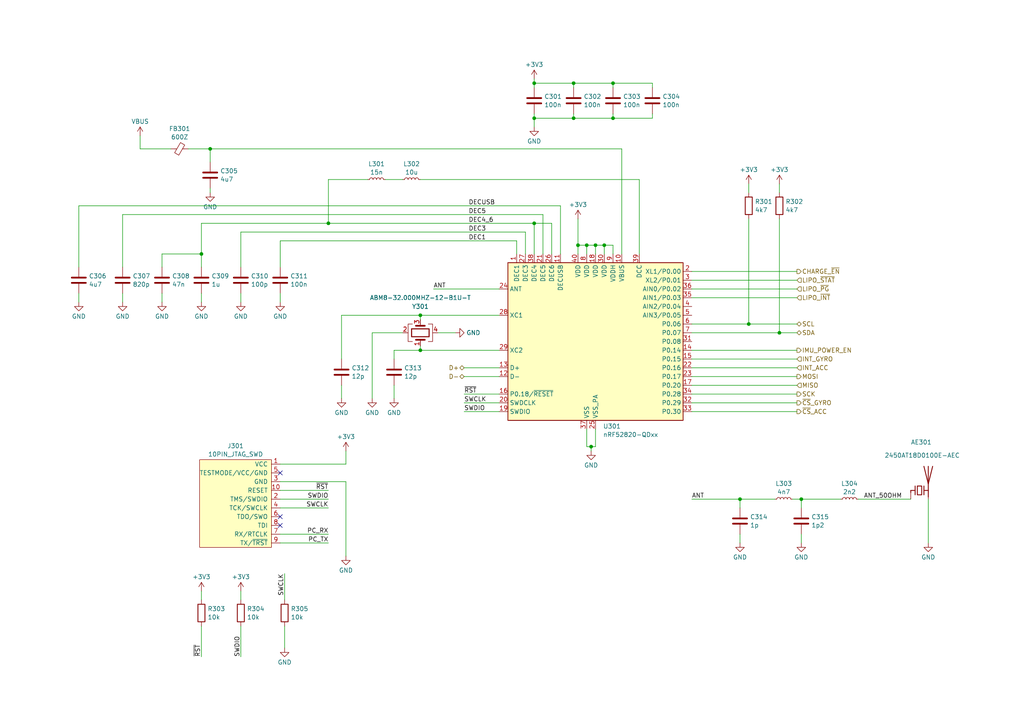
<source format=kicad_sch>
(kicad_sch (version 20230121) (generator eeschema)
  (paper "A4")
  (lib_symbols
    (symbol "Device:Antenna_Chip" (pin_numbers hide) (pin_names (offset 1.016) hide)
      (property "Reference" "AE" (at 0 5.08 0))
      (property "Value" "Antenna_Chip" (at 0 3.175 0))
      (symbol "Antenna_Chip_0_1"
        (polyline (pts (xy -2.54 0) (xy -2.54 -0.635)) (stroke (width 0.254)))
        (polyline (pts (xy -2.54 0) (xy -1.27 0)) (stroke (width 0.254)))
        (polyline (pts (xy 1.27 0) (xy 2.54 0)) (stroke (width 0.254)))
        (polyline (pts (xy 1.27 1.27) (xy 1.27 -1.27)) (stroke (width 0.254)))
        (polyline (pts (xy 2.54 -0.635) (xy 2.54 0)))
        (polyline (pts (xy 2.54 6.985) (xy 2.54 -1.905)) (stroke (width 0.254)))
        (polyline (pts (xy -1.27 1.27) (xy -1.27 -1.27) (xy -1.27 0)) (stroke (width 0.254)))
        (polyline (pts (xy 3.81 6.985) (xy 2.54 1.905) (xy 1.27 6.985)) (stroke (width 0.254)))
        (polyline (pts (xy -0.635 1.27) (xy 0.635 1.27) (xy 0.635 -1.27) (xy -0.635 -1.27) (xy -0.635 1.27)) (stroke (width 0.254)))
      )
      (symbol "Antenna_Chip_1_1"
        (pin input line (at -2.54 -2.54 90) (length 2.54) (name "FEED") (number "1"))
        (pin passive line (at 2.54 -2.54 90) (length 2.54) (name "PCB_Trace") (number "2"))
      )
    )
    (symbol "Device:C" (pin_numbers hide) (pin_names (offset 0.254))
      (property "Reference" "C" (at 0.635 2.54 0))
      (property "Value" "C" (at 0.635 -2.54 0))
      (symbol "C_0_1"
        (polyline (pts (xy -2.032 -0.762) (xy 2.032 -0.762)) (stroke (width 0.508)))
        (polyline (pts (xy -2.032 0.762) (xy 2.032 0.762)) (stroke (width 0.508)))
      )
      (symbol "C_1_1"
        (pin passive line (at 0 3.81 270) (length 2.794) (name "~") (number "1"))
        (pin passive line (at 0 -3.81 90) (length 2.794) (name "~") (number "2"))
      )
    )
    (symbol "Device:Crystal_GND24" (pin_names (offset 1.016) hide)
      (property "Reference" "Y" (at 3.175 5.08 0))
      (property "Value" "Crystal_GND24" (at 3.175 3.175 0))
      (symbol "Crystal_GND24_0_1"
        (rectangle (start -1.143 2.54) (end 1.143 -2.54) (stroke (width 0.3048)))
        (polyline (pts (xy -2.54 0) (xy -2.032 0)))
        (polyline (pts (xy -2.032 -1.27) (xy -2.032 1.27)) (stroke (width 0.508)))
        (polyline (pts (xy 0 -3.81) (xy 0 -3.556)))
        (polyline (pts (xy 0 3.556) (xy 0 3.81)))
        (polyline (pts (xy 2.032 -1.27) (xy 2.032 1.27)) (stroke (width 0.508)))
        (polyline (pts (xy 2.032 0) (xy 2.54 0)))
        (polyline (pts (xy -2.54 -2.286) (xy -2.54 -3.556) (xy 2.54 -3.556) (xy 2.54 -2.286)))
        (polyline (pts (xy -2.54 2.286) (xy -2.54 3.556) (xy 2.54 3.556) (xy 2.54 2.286)))
      )
      (symbol "Crystal_GND24_1_1"
        (pin passive line (at -3.81 0 0) (length 1.27) (name "1") (number "1"))
        (pin passive line (at 0 5.08 270) (length 1.27) (name "2") (number "2"))
        (pin passive line (at 3.81 0 180) (length 1.27) (name "3") (number "3"))
        (pin passive line (at 0 -5.08 90) (length 1.27) (name "4") (number "4"))
      )
    )
    (symbol "Device:FerriteBead_Small" (pin_numbers hide) (pin_names (offset 0))
      (property "Reference" "FB" (at 1.905 1.27 0))
      (property "Value" "FerriteBead_Small" (at 1.905 -1.27 0))
      (symbol "FerriteBead_Small_0_1"
        (polyline (pts (xy 0 -1.27) (xy 0 -0.7874)))
        (polyline (pts (xy 0 0.889) (xy 0 1.2954)))
        (polyline (pts (xy -1.8288 0.2794) (xy -1.1176 1.4986) (xy 1.8288 -0.2032) (xy 1.1176 -1.4224) (xy -1.8288 0.2794)))
      )
      (symbol "FerriteBead_Small_1_1"
        (pin passive line (at 0 2.54 270) (length 1.27) (name "~") (number "1"))
        (pin passive line (at 0 -2.54 90) (length 1.27) (name "~") (number "2"))
      )
    )
    (symbol "Device:L_Small" (pin_numbers hide) (pin_names (offset 0.254) hide)
      (property "Reference" "L" (at 0.762 1.016 0))
      (property "Value" "L_Small" (at 0.762 -1.016 0))
      (symbol "L_Small_0_1"
        (arc (start 0 -2.032) (mid 0.5058 -1.524) (end 0 -1.016))
        (arc (start 0 -1.016) (mid 0.5058 -0.508) (end 0 0))
        (arc (start 0 0) (mid 0.5058 0.508) (end 0 1.016))
        (arc (start 0 1.016) (mid 0.5058 1.524) (end 0 2.032))
      )
      (symbol "L_Small_1_1"
        (pin passive line (at 0 2.54 270) (length 0.508) (name "~") (number "1"))
        (pin passive line (at 0 -2.54 90) (length 0.508) (name "~") (number "2"))
      )
    )
    (symbol "Device:R" (pin_numbers hide) (pin_names (offset 0))
      (property "Reference" "R" (at 2.032 0 90))
      (property "Value" "R" (at 0 0 90))
      (symbol "R_0_1"
        (rectangle (start -1.016 -2.54) (end 1.016 2.54) (stroke (width 0.254)))
      )
      (symbol "R_1_1"
        (pin passive line (at 0 3.81 270) (length 1.27) (name "~") (number "1"))
        (pin passive line (at 0 -3.81 90) (length 1.27) (name "~") (number "2"))
      )
    )
    (symbol "MCU_Nordic:nRF52820-QDxx"
      (property "Reference" "U" (at -2.54 0 0))
      (property "Value" "nRF52820-QDxx" (at -2.54 -2.54 0))
      (symbol "nRF52820-QDxx_0_1"
        (rectangle (start -25.4 22.86) (end 25.4 -22.86) (stroke (width 0.254)) (fill (type background)))
      )
      (symbol "nRF52820-QDxx_1_1"
        (pin passive line (at -22.86 25.4 270) (length 2.54) (name "DEC1") (number "1"))
        (pin power_in line (at 7.62 25.4 270) (length 2.54) (name "VBUS") (number "10"))
        (pin passive line (at -10.16 25.4 270) (length 2.54) (name "DECUSB") (number "11"))
        (pin bidirectional line (at -27.94 -10.16 0) (length 2.54) (name "D-") (number "12"))
        (pin bidirectional line (at -27.94 -7.62 0) (length 2.54) (name "D+") (number "13"))
        (pin bidirectional line (at 27.94 -2.54 180) (length 2.54) (name "P0.14") (number "14"))
        (pin bidirectional line (at 27.94 -5.08 180) (length 2.54) (name "P0.15") (number "15"))
        (pin bidirectional line (at -27.94 -15.24 0) (length 2.54) (name "P0.18/~{RESET}") (number "16"))
        (pin bidirectional line (at 27.94 -12.7 180) (length 2.54) (name "P0.20") (number "17"))
        (pin power_in line (at 0 25.4 270) (length 2.54) (name "VDD") (number "18"))
        (pin bidirectional line (at -27.94 -20.32 0) (length 2.54) (name "SWDIO") (number "19"))
        (pin bidirectional line (at 27.94 20.32 180) (length 2.54) (name "XL1/P0.00") (number "2"))
        (pin input line (at -27.94 -17.78 0) (length 2.54) (name "SWDCLK") (number "20"))
        (pin passive line (at -15.24 25.4 270) (length 2.54) (name "DEC5") (number "21"))
        (pin bidirectional line (at 27.94 -7.62 180) (length 2.54) (name "P0.16") (number "22"))
        (pin bidirectional line (at 27.94 -10.16 180) (length 2.54) (name "P0.17") (number "23"))
        (pin passive line (at -27.94 15.24 0) (length 2.54) (name "ANT") (number "24"))
        (pin power_in line (at 0 -25.4 90) (length 2.54) (name "VSS_PA") (number "25"))
        (pin passive line (at -12.7 25.4 270) (length 2.54) (name "DEC6") (number "26"))
        (pin passive line (at -20.32 25.4 270) (length 2.54) (name "DEC3") (number "27"))
        (pin input line (at -27.94 7.62 0) (length 2.54) (name "XC1") (number "28"))
        (pin input line (at -27.94 -2.54 0) (length 2.54) (name "XC2") (number "29"))
        (pin bidirectional line (at 27.94 17.78 180) (length 2.54) (name "XL2/P0.01") (number "3"))
        (pin power_in line (at 2.54 25.4 270) (length 2.54) (name "VDD") (number "30"))
        (pin bidirectional line (at 27.94 0 180) (length 2.54) (name "P0.08") (number "31"))
        (pin bidirectional line (at 27.94 -17.78 180) (length 2.54) (name "P0.29") (number "32"))
        (pin bidirectional line (at 27.94 -20.32 180) (length 2.54) (name "P0.30") (number "33"))
        (pin bidirectional line (at 27.94 -15.24 180) (length 2.54) (name "P0.28") (number "34"))
        (pin bidirectional line (at 27.94 12.7 180) (length 2.54) (name "AIN1/P0.03") (number "35"))
        (pin bidirectional line (at 27.94 15.24 180) (length 2.54) (name "AIN0/P0.02") (number "36"))
        (pin power_in line (at -2.54 -25.4 90) (length 2.54) (name "VSS") (number "37"))
        (pin passive line (at -17.78 25.4 270) (length 2.54) (name "DEC4") (number "38"))
        (pin power_out line (at 12.7 25.4 270) (length 2.54) (name "DCC") (number "39"))
        (pin bidirectional line (at 27.94 10.16 180) (length 2.54) (name "AIN2/P0.04") (number "4"))
        (pin power_in line (at -5.08 25.4 270) (length 2.54) (name "VDD") (number "40"))
        (pin passive line (at -2.54 -25.4 90) (length 2.54) hide (name "VSS") (number "41"))
        (pin bidirectional line (at 27.94 7.62 180) (length 2.54) (name "AIN3/P0.05") (number "5"))
        (pin bidirectional line (at 27.94 5.08 180) (length 2.54) (name "P0.06") (number "6"))
        (pin bidirectional line (at 27.94 2.54 180) (length 2.54) (name "P0.07") (number "7"))
        (pin power_in line (at -2.54 25.4 270) (length 2.54) (name "VDD") (number "8"))
        (pin power_in line (at 5.08 25.4 270) (length 2.54) (name "VDDH") (number "9"))
      )
    )
    (symbol "power:+3V3" (power) (pin_names (offset 0))
      (property "Value" "+3V3" (at 0 3.556 0))
      (symbol "+3V3_0_1"
        (polyline (pts (xy -0.762 1.27) (xy 0 2.54)))
        (polyline (pts (xy 0 0) (xy 0 2.54)))
        (polyline (pts (xy 0 2.54) (xy 0.762 1.27)))
      )
      (symbol "+3V3_1_1"
        (pin power_in line (at 0 0 90) (length 0) hide (name "+3V3") (number "1"))
      )
    )
    (symbol "power:GND" (power) (pin_names (offset 0))
      (property "Value" "GND" (at 0 -3.81 0))
      (symbol "GND_0_1"
        (polyline (pts (xy 0 0) (xy 0 -1.27) (xy 1.27 -1.27) (xy 0 -2.54) (xy -1.27 -1.27) (xy 0 -1.27)))
      )
      (symbol "GND_1_1"
        (pin power_in line (at 0 0 270) (length 0) hide (name "GND") (number "1"))
      )
    )
    (symbol "power:VBUS" (power) (pin_names (offset 0))
      (property "Value" "VBUS" (at 0 3.81 0))
      (symbol "VBUS_0_1"
        (polyline (pts (xy -0.762 1.27) (xy 0 2.54)))
        (polyline (pts (xy 0 0) (xy 0 2.54)))
        (polyline (pts (xy 0 2.54) (xy 0.762 1.27)))
      )
      (symbol "VBUS_1_1"
        (pin power_in line (at 0 0 90) (length 0) hide (name "VBUS") (number "1"))
      )
    )
    (symbol "shimatta_connectors:10PIN_JTAG_SWD" (pin_names (offset 1.016))
      (property "Reference" "J" (at -7.112 1.016 0))
      (property "Value" "10PIN_JTAG_SWD" (at 0.254 2.794 0))
      (symbol "10PIN_JTAG_SWD_0_1"
        (rectangle (start -20.828 0) (end 0 -25.4) (fill (type background)))
      )
      (symbol "10PIN_JTAG_SWD_1_1"
        (pin passive line (at 2.54 -1.27 180) (length 2.54) (name "VCC") (number "1"))
        (pin passive line (at 2.54 -8.89 180) (length 2.54) (name "RESET") (number "10"))
        (pin passive line (at 2.54 -11.43 180) (length 2.54) (name "TMS/SWDIO") (number "2"))
        (pin passive line (at 2.54 -6.35 180) (length 2.54) (name "GND") (number "3"))
        (pin passive line (at 2.54 -13.97 180) (length 2.54) (name "TCK/SWCLK") (number "4"))
        (pin passive line (at 2.54 -3.81 180) (length 2.54) (name "TESTMODE/VCC/GND") (number "5"))
        (pin passive line (at 2.54 -16.51 180) (length 2.54) (name "TDO/SWO") (number "6"))
        (pin passive line (at 2.54 -21.59 180) (length 2.54) (name "RX/RTCLK") (number "7"))
        (pin passive line (at 2.54 -19.05 180) (length 2.54) (name "TDI") (number "8"))
        (pin passive line (at 2.54 -24.13 180) (length 2.54) (name "TX/~{TRST}") (number "9"))
      )
    )
  )
  (junction (at 167.64 71.12))
  (junction (at 226.06 96.52))
  (junction (at 217.17 93.98))
  (junction (at 60.96 43.18))
  (junction (at 166.37 24.13))
  (junction (at 170.18 71.12))
  (junction (at 175.26 71.12))
  (junction (at 58.42 73.66))
  (junction (at 214.63 144.78))
  (junction (at 154.94 24.13))
  (junction (at 121.92 91.44))
  (junction (at 171.45 129.54))
  (junction (at 154.94 34.29))
  (junction (at 232.41 144.78))
  (junction (at 154.94 64.77))
  (junction (at 166.37 34.29))
  (junction (at 177.8 34.29))
  (junction (at 95.25 64.77))
  (junction (at 121.92 101.6))
  (junction (at 172.72 71.12))
  (junction (at 177.8 24.13))
  (no_connect (at 81.28 152.4))
  (no_connect (at 81.28 137.16))
  (no_connect (at 81.28 149.86))
  (wire (pts (xy 171.45 129.54) (xy 172.72 129.54)))
  (wire (pts (xy 232.41 144.78) (xy 243.84 144.78)))
  (wire (pts (xy 58.42 64.77) (xy 95.25 64.77)))
  (wire (pts (xy 35.56 62.23) (xy 35.56 77.47)))
  (wire (pts (xy 172.72 124.46) (xy 172.72 129.54)))
  (wire (pts (xy 81.28 69.85) (xy 81.28 77.47)))
  (wire (pts (xy 69.85 171.45) (xy 69.85 173.99)))
  (wire (pts (xy 154.94 64.77) (xy 154.94 73.66)))
  (wire (pts (xy 189.23 34.29) (xy 177.8 34.29)))
  (wire (pts (xy 35.56 85.09) (xy 35.56 87.63)))
  (wire (pts (xy 134.62 114.3) (xy 144.78 114.3)))
  (wire (pts (xy 121.92 52.07) (xy 185.42 52.07)))
  (wire (pts (xy 60.96 54.61) (xy 60.96 55.88)))
  (wire (pts (xy 214.63 144.78) (xy 214.63 147.32)))
  (wire (pts (xy 162.56 73.66) (xy 162.56 59.69)))
  (wire (pts (xy 217.17 93.98) (xy 231.14 93.98)))
  (wire (pts (xy 134.62 119.38) (xy 144.78 119.38)))
  (wire (pts (xy 269.24 144.78) (xy 269.24 157.48)))
  (wire (pts (xy 46.99 73.66) (xy 58.42 73.66)))
  (wire (pts (xy 95.25 52.07) (xy 95.25 64.77)))
  (wire (pts (xy 154.94 33.02) (xy 154.94 34.29)))
  (wire (pts (xy 22.86 85.09) (xy 22.86 87.63)))
  (wire (pts (xy 172.72 71.12) (xy 170.18 71.12)))
  (wire (pts (xy 200.66 106.68) (xy 231.14 106.68)))
  (wire (pts (xy 200.66 78.74) (xy 231.14 78.74)))
  (wire (pts (xy 134.62 106.68) (xy 144.78 106.68)))
  (wire (pts (xy 175.26 71.12) (xy 172.72 71.12)))
  (wire (pts (xy 177.8 33.02) (xy 177.8 34.29)))
  (wire (pts (xy 40.64 39.37) (xy 40.64 43.18)))
  (wire (pts (xy 248.92 144.78) (xy 264.16 144.78)))
  (wire (pts (xy 166.37 24.13) (xy 177.8 24.13)))
  (wire (pts (xy 69.85 85.09) (xy 69.85 87.63)))
  (wire (pts (xy 106.68 52.07) (xy 95.25 52.07)))
  (wire (pts (xy 121.92 91.44) (xy 121.92 92.71)))
  (wire (pts (xy 99.06 111.76) (xy 99.06 115.57)))
  (wire (pts (xy 82.55 181.61) (xy 82.55 187.96)))
  (wire (pts (xy 170.18 71.12) (xy 167.64 71.12)))
  (wire (pts (xy 134.62 109.22) (xy 144.78 109.22)))
  (wire (pts (xy 149.86 73.66) (xy 149.86 69.85)))
  (wire (pts (xy 154.94 24.13) (xy 154.94 25.4)))
  (wire (pts (xy 81.28 139.7) (xy 100.33 139.7)))
  (wire (pts (xy 200.66 104.14) (xy 231.14 104.14)))
  (wire (pts (xy 177.8 24.13) (xy 177.8 25.4)))
  (wire (pts (xy 154.94 34.29) (xy 154.94 36.83)))
  (wire (pts (xy 60.96 43.18) (xy 180.34 43.18)))
  (wire (pts (xy 170.18 124.46) (xy 170.18 129.54)))
  (wire (pts (xy 172.72 71.12) (xy 172.72 73.66)))
  (wire (pts (xy 180.34 43.18) (xy 180.34 73.66)))
  (wire (pts (xy 154.94 24.13) (xy 166.37 24.13)))
  (wire (pts (xy 200.66 114.3) (xy 231.14 114.3)))
  (wire (pts (xy 160.02 64.77) (xy 160.02 73.66)))
  (wire (pts (xy 226.06 63.5) (xy 226.06 96.52)))
  (wire (pts (xy 81.28 85.09) (xy 81.28 87.63)))
  (wire (pts (xy 200.66 101.6) (xy 231.14 101.6)))
  (wire (pts (xy 217.17 53.34) (xy 217.17 55.88)))
  (wire (pts (xy 81.28 144.78) (xy 95.25 144.78)))
  (wire (pts (xy 149.86 69.85) (xy 81.28 69.85)))
  (wire (pts (xy 154.94 64.77) (xy 160.02 64.77)))
  (wire (pts (xy 81.28 147.32) (xy 95.25 147.32)))
  (wire (pts (xy 121.92 101.6) (xy 144.78 101.6)))
  (wire (pts (xy 58.42 73.66) (xy 58.42 77.47)))
  (wire (pts (xy 189.23 24.13) (xy 189.23 25.4)))
  (wire (pts (xy 121.92 100.33) (xy 121.92 101.6)))
  (wire (pts (xy 200.66 96.52) (xy 226.06 96.52)))
  (wire (pts (xy 81.28 154.94) (xy 95.25 154.94)))
  (wire (pts (xy 226.06 53.34) (xy 226.06 55.88)))
  (wire (pts (xy 114.3 101.6) (xy 114.3 104.14)))
  (wire (pts (xy 95.25 64.77) (xy 154.94 64.77)))
  (wire (pts (xy 125.73 83.82) (xy 144.78 83.82)))
  (wire (pts (xy 232.41 154.94) (xy 232.41 157.48)))
  (wire (pts (xy 60.96 43.18) (xy 60.96 46.99)))
  (wire (pts (xy 116.84 96.52) (xy 107.95 96.52)))
  (wire (pts (xy 157.48 62.23) (xy 35.56 62.23)))
  (wire (pts (xy 217.17 63.5) (xy 217.17 93.98)))
  (wire (pts (xy 69.85 67.31) (xy 69.85 77.47)))
  (wire (pts (xy 100.33 130.81) (xy 100.33 134.62)))
  (wire (pts (xy 82.55 166.37) (xy 82.55 173.99)))
  (wire (pts (xy 166.37 34.29) (xy 154.94 34.29)))
  (wire (pts (xy 121.92 101.6) (xy 114.3 101.6)))
  (wire (pts (xy 22.86 59.69) (xy 162.56 59.69)))
  (wire (pts (xy 152.4 73.66) (xy 152.4 67.31)))
  (wire (pts (xy 114.3 111.76) (xy 114.3 115.57)))
  (wire (pts (xy 167.64 63.5) (xy 167.64 71.12)))
  (wire (pts (xy 200.66 83.82) (xy 231.14 83.82)))
  (wire (pts (xy 134.62 116.84) (xy 144.78 116.84)))
  (wire (pts (xy 58.42 171.45) (xy 58.42 173.99)))
  (wire (pts (xy 99.06 91.44) (xy 121.92 91.44)))
  (wire (pts (xy 40.64 43.18) (xy 49.53 43.18)))
  (wire (pts (xy 200.66 119.38) (xy 231.14 119.38)))
  (wire (pts (xy 46.99 85.09) (xy 46.99 87.63)))
  (wire (pts (xy 46.99 77.47) (xy 46.99 73.66)))
  (wire (pts (xy 107.95 96.52) (xy 107.95 115.57)))
  (wire (pts (xy 121.92 91.44) (xy 144.78 91.44)))
  (wire (pts (xy 200.66 144.78) (xy 214.63 144.78)))
  (wire (pts (xy 167.64 71.12) (xy 167.64 73.66)))
  (wire (pts (xy 69.85 181.61) (xy 69.85 190.5)))
  (wire (pts (xy 200.66 109.22) (xy 231.14 109.22)))
  (wire (pts (xy 170.18 71.12) (xy 170.18 73.66)))
  (wire (pts (xy 152.4 67.31) (xy 69.85 67.31)))
  (wire (pts (xy 170.18 129.54) (xy 171.45 129.54)))
  (wire (pts (xy 177.8 71.12) (xy 175.26 71.12)))
  (wire (pts (xy 81.28 134.62) (xy 100.33 134.62)))
  (wire (pts (xy 58.42 181.61) (xy 58.42 190.5)))
  (wire (pts (xy 166.37 24.13) (xy 166.37 25.4)))
  (wire (pts (xy 99.06 104.14) (xy 99.06 91.44)))
  (wire (pts (xy 177.8 34.29) (xy 166.37 34.29)))
  (wire (pts (xy 166.37 33.02) (xy 166.37 34.29)))
  (wire (pts (xy 177.8 73.66) (xy 177.8 71.12)))
  (wire (pts (xy 214.63 144.78) (xy 224.79 144.78)))
  (wire (pts (xy 58.42 73.66) (xy 58.42 64.77)))
  (wire (pts (xy 54.61 43.18) (xy 60.96 43.18)))
  (wire (pts (xy 81.28 142.24) (xy 95.25 142.24)))
  (wire (pts (xy 171.45 129.54) (xy 171.45 130.81)))
  (wire (pts (xy 185.42 73.66) (xy 185.42 52.07)))
  (wire (pts (xy 111.76 52.07) (xy 116.84 52.07)))
  (wire (pts (xy 100.33 139.7) (xy 100.33 161.29)))
  (wire (pts (xy 58.42 85.09) (xy 58.42 87.63)))
  (wire (pts (xy 200.66 93.98) (xy 217.17 93.98)))
  (wire (pts (xy 229.87 144.78) (xy 232.41 144.78)))
  (wire (pts (xy 200.66 81.28) (xy 231.14 81.28)))
  (wire (pts (xy 226.06 96.52) (xy 231.14 96.52)))
  (wire (pts (xy 214.63 154.94) (xy 214.63 157.48)))
  (wire (pts (xy 154.94 22.86) (xy 154.94 24.13)))
  (wire (pts (xy 177.8 24.13) (xy 189.23 24.13)))
  (wire (pts (xy 189.23 33.02) (xy 189.23 34.29)))
  (wire (pts (xy 175.26 71.12) (xy 175.26 73.66)))
  (wire (pts (xy 232.41 144.78) (xy 232.41 147.32)))
  (wire (pts (xy 200.66 86.36) (xy 231.14 86.36)))
  (wire (pts (xy 81.28 157.48) (xy 95.25 157.48)))
  (wire (pts (xy 157.48 73.66) (xy 157.48 62.23)))
  (wire (pts (xy 200.66 116.84) (xy 231.14 116.84)))
  (wire (pts (xy 127 96.52) (xy 132.08 96.52)))
  (wire (pts (xy 200.66 111.76) (xy 231.14 111.76)))
  (wire (pts (xy 22.86 77.47) (xy 22.86 59.69)))
  (label "ANT" (at 200.66 144.78 0))
  (label "ANT" (at 125.73 83.82 0))
  (label "DEC3" (at 135.89 67.31 0))
  (label "PC_TX" (at 95.25 157.48 180))
  (label "SWDIO" (at 134.62 119.38 0))
  (label "SWDIO" (at 95.25 144.78 180))
  (label "DEC4_6" (at 135.89 64.77 0))
  (label "PC_RX" (at 95.25 154.94 180))
  (label "DEC5" (at 135.89 62.23 0))
  (label "~{RST}" (at 134.62 114.3 0))
  (label "SWCLK" (at 82.55 166.37 270))
  (label "~{RST}" (at 95.25 142.24 180))
  (label "ANT_50OHM" (at 261.62 144.78 180))
  (label "SWCLK" (at 134.62 116.84 0))
  (label "~{RST}" (at 58.42 190.5 90))
  (label "SWCLK" (at 95.25 147.32 180))
  (label "DEC1" (at 135.89 69.85 0))
  (label "SWDIO" (at 69.85 190.5 90))
  (label "DECUSB" (at 135.89 59.69 0))
  (hierarchical_label "D-" (shape bidirectional) (at 134.62 109.22 180))
  (hierarchical_label "~{CS}_GYRO" (shape output) (at 231.14 116.84 0))
  (hierarchical_label "LIPO_~{INT}" (shape input) (at 231.14 86.36 0))
  (hierarchical_label "MISO" (shape input) (at 231.14 111.76 0))
  (hierarchical_label "LIPO_~{STAT}" (shape input) (at 231.14 81.28 0))
  (hierarchical_label "INT_GYRO" (shape input) (at 231.14 104.14 0))
  (hierarchical_label "INT_ACC" (shape input) (at 231.14 106.68 0))
  (hierarchical_label "IMU_POWER_EN" (shape output) (at 231.14 101.6 0))
  (hierarchical_label "SCK" (shape output) (at 231.14 114.3 0))
  (hierarchical_label "SDA" (shape bidirectional) (at 231.14 96.52 0))
  (hierarchical_label "LIPO_~{PG}" (shape input) (at 231.14 83.82 0))
  (hierarchical_label "D+" (shape bidirectional) (at 134.62 106.68 180))
  (hierarchical_label "~{CS}_ACC" (shape output) (at 231.14 119.38 0))
  (hierarchical_label "CHARGE_~{EN}" (shape output) (at 231.14 78.74 0))
  (hierarchical_label "MOSI" (shape output) (at 231.14 109.22 0))
  (hierarchical_label "SCL" (shape bidirectional) (at 231.14 93.98 0))
  (symbol (lib_id "Device:L_Small") (at 227.33 144.78 90) (unit 1)
    (property "Reference" "L303" (at 227.33 140.2569 90))
    (property "Value" "4n7" (at 227.33 142.6811 90))
  )
  (symbol (lib_id "power:GND") (at 22.86 87.63 0) (unit 1)
    (property "Reference" "#PWR0308" (effects hide))
    (property "Value" "GND" (at 22.86 91.7631 0))
  )
  (symbol (lib_id "shimatta_connectors:10PIN_JTAG_SWD") (at 78.74 133.35 0) (unit 1)
    (property "Reference" "J301" (at 68.326 129.3327 0))
    (property "Value" "10PIN_JTAG_SWD" (at 68.326 131.7569 0))
  )
  (symbol (lib_id "Device:C") (at 35.56 81.28 0) (unit 1)
    (property "Reference" "C307" (at 38.481 80.0679 0) (effects (justify left)))
    (property "Value" "820p" (at 38.481 82.4921 0) (effects (justify left)))
  )
  (symbol (lib_id "Device:FerriteBead_Small") (at 52.07 43.18 270) (unit 1)
    (property "Reference" "FB301" (at 52.1081 37.3339 90))
    (property "Value" "600Z" (at 52.1081 39.7581 90))
  )
  (symbol (lib_id "Device:R") (at 69.85 177.8 0) (unit 1)
    (property "Reference" "R304" (at 71.628 176.5879 0) (effects (justify left)))
    (property "Value" "10k" (at 71.628 179.0121 0) (effects (justify left)))
  )
  (symbol (lib_id "Device:Antenna_Chip") (at 266.7 142.24 0) (unit 1)
    (property "Reference" "AE301" (at 264.16 128.27 0) (effects (justify left)))
    (property "Value" "2450AT18D0100E-AEC" (at 256.54 132.08 0) (effects (justify left)))
  )
  (symbol (lib_id "Device:C") (at 166.37 29.21 0) (unit 1)
    (property "Reference" "C302" (at 169.291 27.9979 0) (effects (justify left)))
    (property "Value" "100n" (at 169.291 30.4221 0) (effects (justify left)))
  )
  (symbol (lib_id "power:GND") (at 132.08 96.52 90) (unit 1)
    (property "Reference" "#PWR0314" (effects hide))
    (property "Value" "GND" (at 135.255 96.52 90) (effects (justify right)))
  )
  (symbol (lib_id "power:GND") (at 114.3 115.57 0) (unit 1)
    (property "Reference" "#PWR0317" (effects hide))
    (property "Value" "GND" (at 114.3 119.7031 0))
  )
  (symbol (lib_id "power:+3V3") (at 100.33 130.81 0) (unit 1)
    (property "Reference" "#PWR0318" (effects hide))
    (property "Value" "+3V3" (at 100.33 126.6769 0))
  )
  (symbol (lib_id "Device:C") (at 22.86 81.28 0) (unit 1)
    (property "Reference" "C306" (at 25.781 80.0679 0) (effects (justify left)))
    (property "Value" "4u7" (at 25.781 82.4921 0) (effects (justify left)))
  )
  (symbol (lib_id "power:GND") (at 107.95 115.57 0) (unit 1)
    (property "Reference" "#PWR0316" (effects hide))
    (property "Value" "GND" (at 107.95 119.7031 0))
  )
  (symbol (lib_id "Device:L_Small") (at 119.38 52.07 90) (unit 1)
    (property "Reference" "L302" (at 119.38 47.5469 90))
    (property "Value" "10u" (at 119.38 49.9711 90))
  )
  (symbol (lib_id "Device:C") (at 177.8 29.21 0) (unit 1)
    (property "Reference" "C303" (at 180.721 27.9979 0) (effects (justify left)))
    (property "Value" "100n" (at 180.721 30.4221 0) (effects (justify left)))
  )
  (symbol (lib_id "Device:C") (at 46.99 81.28 0) (unit 1)
    (property "Reference" "C308" (at 49.911 80.0679 0) (effects (justify left)))
    (property "Value" "47n" (at 49.911 82.4921 0) (effects (justify left)))
  )
  (symbol (lib_id "Device:C") (at 58.42 81.28 0) (unit 1)
    (property "Reference" "C309" (at 61.341 80.0679 0) (effects (justify left)))
    (property "Value" "1u" (at 61.341 82.4921 0) (effects (justify left)))
  )
  (symbol (lib_id "Device:L_Small") (at 246.38 144.78 90) (unit 1)
    (property "Reference" "L304" (at 246.38 140.2569 90))
    (property "Value" "2n2" (at 246.38 142.6811 90))
  )
  (symbol (lib_id "Device:C") (at 114.3 107.95 180) (unit 1)
    (property "Reference" "C313" (at 117.221 106.7379 0) (effects (justify right)))
    (property "Value" "12p" (at 117.221 109.1621 0) (effects (justify right)))
  )
  (symbol (lib_id "Device:C") (at 60.96 50.8 0) (unit 1)
    (property "Reference" "C305" (at 63.881 49.5879 0) (effects (justify left)))
    (property "Value" "4u7" (at 63.881 52.0121 0) (effects (justify left)))
  )
  (symbol (lib_id "Device:R") (at 226.06 59.69 0) (unit 1)
    (property "Reference" "R302" (at 227.838 58.4779 0) (effects (justify left)))
    (property "Value" "4k7" (at 227.838 60.9021 0) (effects (justify left)))
  )
  (symbol (lib_id "power:GND") (at 69.85 87.63 0) (unit 1)
    (property "Reference" "#PWR0312" (effects hide))
    (property "Value" "GND" (at 69.85 91.7631 0))
  )
  (symbol (lib_id "Device:R") (at 82.55 177.8 0) (unit 1)
    (property "Reference" "R305" (at 84.328 176.5879 0) (effects (justify left)))
    (property "Value" "10k" (at 84.328 179.0121 0) (effects (justify left)))
  )
  (symbol (lib_id "power:GND") (at 214.63 157.48 0) (unit 1)
    (property "Reference" "#PWR0320" (effects hide))
    (property "Value" "GND" (at 214.63 161.6131 0))
  )
  (symbol (lib_id "power:GND") (at 82.55 187.96 0) (unit 1)
    (property "Reference" "#PWR0326" (effects hide))
    (property "Value" "GND" (at 82.55 192.0931 0))
  )
  (symbol (lib_id "Device:R") (at 58.42 177.8 0) (unit 1)
    (property "Reference" "R303" (at 60.198 176.5879 0) (effects (justify left)))
    (property "Value" "10k" (at 60.198 179.0121 0) (effects (justify left)))
  )
  (symbol (lib_id "Device:C") (at 232.41 151.13 0) (unit 1)
    (property "Reference" "C315" (at 235.331 149.9179 0) (effects (justify left)))
    (property "Value" "1p2" (at 235.331 152.3421 0) (effects (justify left)))
  )
  (symbol (lib_id "power:+3V3") (at 167.64 63.5 0) (unit 1)
    (property "Reference" "#PWR0307" (effects hide))
    (property "Value" "+3V3" (at 167.64 59.3669 0))
  )
  (symbol (lib_id "Device:C") (at 189.23 29.21 0) (unit 1)
    (property "Reference" "C304" (at 192.151 27.9979 0) (effects (justify left)))
    (property "Value" "100n" (at 192.151 30.4221 0) (effects (justify left)))
  )
  (symbol (lib_id "power:GND") (at 171.45 130.81 0) (unit 1)
    (property "Reference" "#PWR0319" (effects hide))
    (property "Value" "GND" (at 171.45 134.9431 0))
  )
  (symbol (lib_id "power:GND") (at 154.94 36.83 0) (unit 1)
    (property "Reference" "#PWR0302" (effects hide))
    (property "Value" "GND" (at 154.94 40.9631 0))
  )
  (symbol (lib_id "power:+3V3") (at 217.17 53.34 0) (unit 1)
    (property "Reference" "#PWR0304" (effects hide))
    (property "Value" "+3V3" (at 217.17 49.2069 0))
  )
  (symbol (lib_id "power:VBUS") (at 40.64 39.37 0) (unit 1)
    (property "Reference" "#PWR0303" (effects hide))
    (property "Value" "VBUS" (at 40.64 35.2369 0))
  )
  (symbol (lib_id "power:GND") (at 58.42 87.63 0) (unit 1)
    (property "Reference" "#PWR0311" (effects hide))
    (property "Value" "GND" (at 58.42 91.7631 0))
  )
  (symbol (lib_id "power:GND") (at 35.56 87.63 0) (unit 1)
    (property "Reference" "#PWR0309" (effects hide))
    (property "Value" "GND" (at 35.56 91.7631 0))
  )
  (symbol (lib_id "power:GND") (at 81.28 87.63 0) (unit 1)
    (property "Reference" "#PWR0313" (effects hide))
    (property "Value" "GND" (at 81.28 91.7631 0))
  )
  (symbol (lib_id "power:+3V3") (at 69.85 171.45 0) (unit 1)
    (property "Reference" "#PWR0325" (effects hide))
    (property "Value" "+3V3" (at 69.85 167.3169 0))
  )
  (symbol (lib_id "power:GND") (at 269.24 157.48 0) (unit 1)
    (property "Reference" "#PWR0322" (effects hide))
    (property "Value" "GND" (at 269.24 161.6131 0))
  )
  (symbol (lib_id "Device:R") (at 217.17 59.69 0) (unit 1)
    (property "Reference" "R301" (at 218.948 58.4779 0) (effects (justify left)))
    (property "Value" "4k7" (at 218.948 60.9021 0) (effects (justify left)))
  )
  (symbol (lib_id "power:GND") (at 100.33 161.29 0) (unit 1)
    (property "Reference" "#PWR0323" (effects hide))
    (property "Value" "GND" (at 100.33 165.4231 0))
  )
  (symbol (lib_id "power:GND") (at 232.41 157.48 0) (unit 1)
    (property "Reference" "#PWR0321" (effects hide))
    (property "Value" "GND" (at 232.41 161.6131 0))
  )
  (symbol (lib_id "power:+3V3") (at 58.42 171.45 0) (unit 1)
    (property "Reference" "#PWR0324" (effects hide))
    (property "Value" "+3V3" (at 58.42 167.3169 0))
  )
  (symbol (lib_id "Device:C") (at 81.28 81.28 0) (unit 1)
    (property "Reference" "C311" (at 84.201 80.0679 0) (effects (justify left)))
    (property "Value" "100n" (at 84.201 82.4921 0) (effects (justify left)))
  )
  (symbol (lib_id "power:GND") (at 46.99 87.63 0) (unit 1)
    (property "Reference" "#PWR0310" (effects hide))
    (property "Value" "GND" (at 46.99 91.7631 0))
  )
  (symbol (lib_id "Device:Crystal_GND24") (at 121.92 96.52 90) (unit 1)
    (property "Reference" "Y301" (at 121.92 88.9 90))
    (property "Value" "ABM8-32.000MHZ-12-B1U-T" (at 121.92 86.36 90))
  )
  (symbol (lib_id "power:GND") (at 60.96 55.88 0) (unit 1)
    (property "Reference" "#PWR0306" (effects hide))
    (property "Value" "GND" (at 60.96 60.0131 0))
  )
  (symbol (lib_id "Device:C") (at 99.06 107.95 180) (unit 1)
    (property "Reference" "C312" (at 101.981 106.7379 0) (effects (justify right)))
    (property "Value" "12p" (at 101.981 109.1621 0) (effects (justify right)))
  )
  (symbol (lib_id "power:+3V3") (at 226.06 53.34 0) (unit 1)
    (property "Reference" "#PWR0305" (effects hide))
    (property "Value" "+3V3" (at 226.06 49.2069 0))
  )
  (symbol (lib_id "Device:C") (at 214.63 151.13 0) (unit 1)
    (property "Reference" "C314" (at 217.551 149.9179 0) (effects (justify left)))
    (property "Value" "1p" (at 217.551 152.3421 0) (effects (justify left)))
  )
  (symbol (lib_id "power:+3V3") (at 154.94 22.86 0) (unit 1)
    (property "Reference" "#PWR0301" (effects hide))
    (property "Value" "+3V3" (at 154.94 18.7269 0))
  )
  (symbol (lib_id "power:GND") (at 99.06 115.57 0) (unit 1)
    (property "Reference" "#PWR0315" (effects hide))
    (property "Value" "GND" (at 99.06 119.7031 0))
  )
  (symbol (lib_id "MCU_Nordic:nRF52820-QDxx") (at 172.72 99.06 0) (unit 1)
    (property "Reference" "U301" (at 174.9141 123.6401 0) (effects (justify left)))
    (property "Value" "nRF52820-QDxx" (at 174.9141 126.0643 0) (effects (justify left)))
    (property "Footprint" "Package_DFN_QFN:QFN-40-1EP_5x5mm_P0.4mm_EP3.6x3.6mm" (effects hide))
    (property "Datasheet" "https://infocenter.nordicsemi.com/pdf/nRF52820_PS_v1.0.pdf" (effects hide))
  )
  (symbol (lib_id "Device:L_Small") (at 109.22 52.07 90) (unit 1)
    (property "Reference" "L301" (at 109.22 47.5469 90))
    (property "Value" "15n" (at 109.22 49.9711 90))
  )
  (symbol (lib_id "Device:C") (at 69.85 81.28 0) (unit 1)
    (property "Reference" "C310" (at 72.771 80.0679 0) (effects (justify left)))
    (property "Value" "100p" (at 72.771 82.4921 0) (effects (justify left)))
  )
  (symbol (lib_id "Device:C") (at 154.94 29.21 0) (unit 1)
    (property "Reference" "C301" (at 157.861 27.9979 0) (effects (justify left)))
    (property "Value" "100n" (at 157.861 30.4221 0) (effects (justify left)))
  )
)
</source>
